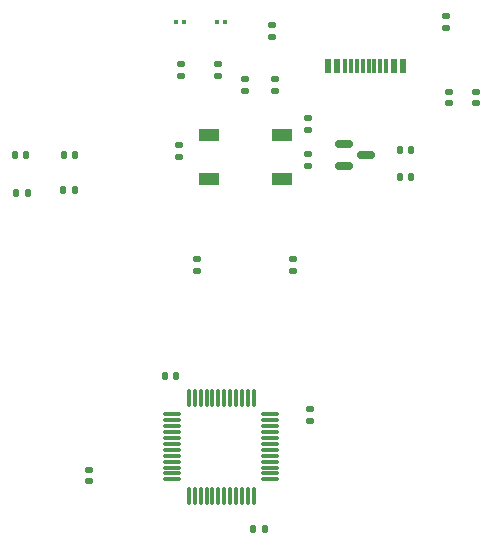
<source format=gbr>
%TF.GenerationSoftware,KiCad,Pcbnew,7.0.6-7.0.6~ubuntu20.04.1*%
%TF.CreationDate,2023-09-11T17:25:35+08:00*%
%TF.ProjectId,pro72,70726f37-322e-46b6-9963-61645f706362,rev?*%
%TF.SameCoordinates,Original*%
%TF.FileFunction,Paste,Top*%
%TF.FilePolarity,Positive*%
%FSLAX46Y46*%
G04 Gerber Fmt 4.6, Leading zero omitted, Abs format (unit mm)*
G04 Created by KiCad (PCBNEW 7.0.6-7.0.6~ubuntu20.04.1) date 2023-09-11 17:25:35*
%MOMM*%
%LPD*%
G01*
G04 APERTURE LIST*
G04 Aperture macros list*
%AMRoundRect*
0 Rectangle with rounded corners*
0 $1 Rounding radius*
0 $2 $3 $4 $5 $6 $7 $8 $9 X,Y pos of 4 corners*
0 Add a 4 corners polygon primitive as box body*
4,1,4,$2,$3,$4,$5,$6,$7,$8,$9,$2,$3,0*
0 Add four circle primitives for the rounded corners*
1,1,$1+$1,$2,$3*
1,1,$1+$1,$4,$5*
1,1,$1+$1,$6,$7*
1,1,$1+$1,$8,$9*
0 Add four rect primitives between the rounded corners*
20,1,$1+$1,$2,$3,$4,$5,0*
20,1,$1+$1,$4,$5,$6,$7,0*
20,1,$1+$1,$6,$7,$8,$9,0*
20,1,$1+$1,$8,$9,$2,$3,0*%
G04 Aperture macros list end*
%ADD10RoundRect,0.135000X0.135000X0.185000X-0.135000X0.185000X-0.135000X-0.185000X0.135000X-0.185000X0*%
%ADD11RoundRect,0.140000X-0.140000X-0.170000X0.140000X-0.170000X0.140000X0.170000X-0.140000X0.170000X0*%
%ADD12RoundRect,0.135000X-0.185000X0.135000X-0.185000X-0.135000X0.185000X-0.135000X0.185000X0.135000X0*%
%ADD13RoundRect,0.140000X-0.170000X0.140000X-0.170000X-0.140000X0.170000X-0.140000X0.170000X0.140000X0*%
%ADD14RoundRect,0.135000X0.185000X-0.135000X0.185000X0.135000X-0.185000X0.135000X-0.185000X-0.135000X0*%
%ADD15RoundRect,0.079500X0.079500X0.100500X-0.079500X0.100500X-0.079500X-0.100500X0.079500X-0.100500X0*%
%ADD16RoundRect,0.150000X-0.587500X-0.150000X0.587500X-0.150000X0.587500X0.150000X-0.587500X0.150000X0*%
%ADD17RoundRect,0.140000X0.170000X-0.140000X0.170000X0.140000X-0.170000X0.140000X-0.170000X-0.140000X0*%
%ADD18R,0.600000X1.240000*%
%ADD19R,0.300000X1.240000*%
%ADD20R,1.800000X1.100000*%
%ADD21RoundRect,0.075000X-0.662500X-0.075000X0.662500X-0.075000X0.662500X0.075000X-0.662500X0.075000X0*%
%ADD22RoundRect,0.075000X-0.075000X-0.662500X0.075000X-0.662500X0.075000X0.662500X-0.075000X0.662500X0*%
%ADD23RoundRect,0.140000X0.140000X0.170000X-0.140000X0.170000X-0.140000X-0.170000X0.140000X-0.170000X0*%
G04 APERTURE END LIST*
D10*
%TO.C,R10*%
X183780000Y-53800000D03*
X182760000Y-53800000D03*
%TD*%
D11*
%TO.C,C12*%
X186820000Y-50600000D03*
X187780000Y-50600000D03*
%TD*%
D12*
%TO.C,R3*%
X206248000Y-59436000D03*
X206248000Y-60456000D03*
%TD*%
D13*
%TO.C,C3*%
X219456000Y-45240000D03*
X219456000Y-46200000D03*
%TD*%
D11*
%TO.C,C5*%
X215265000Y-52451000D03*
X216225000Y-52451000D03*
%TD*%
D14*
%TO.C,R5*%
X196753000Y-43946000D03*
X196753000Y-42926000D03*
%TD*%
D15*
%TO.C,D14*%
X196980500Y-39370000D03*
X196290500Y-39370000D03*
%TD*%
D16*
%TO.C,U2*%
X210566000Y-49662000D03*
X210566000Y-51562000D03*
X212441000Y-50612000D03*
%TD*%
D10*
%TO.C,R9*%
X187800000Y-53600000D03*
X186780000Y-53600000D03*
%TD*%
D15*
%TO.C,D13*%
X200497000Y-39370000D03*
X199807000Y-39370000D03*
%TD*%
D11*
%TO.C,C9*%
X195382000Y-69342000D03*
X196342000Y-69342000D03*
%TD*%
D17*
%TO.C,C6*%
X188976000Y-78232000D03*
X188976000Y-77272000D03*
%TD*%
%TO.C,C10*%
X196596000Y-50742000D03*
X196596000Y-49782000D03*
%TD*%
D12*
%TO.C,R12*%
X219202000Y-38862000D03*
X219202000Y-39882000D03*
%TD*%
%TO.C,R1*%
X207518000Y-50546000D03*
X207518000Y-51566000D03*
%TD*%
%TO.C,R7*%
X204724000Y-44196000D03*
X204724000Y-45216000D03*
%TD*%
D18*
%TO.C,J2*%
X215570000Y-43100000D03*
X214770000Y-43100000D03*
D19*
X213620000Y-43100000D03*
X212620000Y-43100000D03*
X212120000Y-43100000D03*
X211120000Y-43100000D03*
D18*
X209970000Y-43100000D03*
X209170000Y-43100000D03*
X209170000Y-43100000D03*
X209970000Y-43100000D03*
D19*
X210620000Y-43100000D03*
X211620000Y-43100000D03*
X213120000Y-43100000D03*
X214120000Y-43100000D03*
D18*
X214770000Y-43100000D03*
X215570000Y-43100000D03*
%TD*%
D14*
%TO.C,R8*%
X207518000Y-48518000D03*
X207518000Y-47498000D03*
%TD*%
%TO.C,R4*%
X199898000Y-43942000D03*
X199898000Y-42922000D03*
%TD*%
D13*
%TO.C,C8*%
X207645000Y-72136000D03*
X207645000Y-73096000D03*
%TD*%
%TO.C,C2*%
X221742000Y-45240000D03*
X221742000Y-46200000D03*
%TD*%
D20*
%TO.C,SW2*%
X199084000Y-48950000D03*
X205284000Y-48950000D03*
X199084000Y-52650000D03*
X205284000Y-52650000D03*
%TD*%
D21*
%TO.C,U1*%
X195989500Y-72561000D03*
X195989500Y-73061000D03*
X195989500Y-73561000D03*
X195989500Y-74061000D03*
X195989500Y-74561000D03*
X195989500Y-75061000D03*
X195989500Y-75561000D03*
X195989500Y-76061000D03*
X195989500Y-76561000D03*
X195989500Y-77061000D03*
X195989500Y-77561000D03*
X195989500Y-78061000D03*
D22*
X197402000Y-79473500D03*
X197902000Y-79473500D03*
X198402000Y-79473500D03*
X198902000Y-79473500D03*
X199402000Y-79473500D03*
X199902000Y-79473500D03*
X200402000Y-79473500D03*
X200902000Y-79473500D03*
X201402000Y-79473500D03*
X201902000Y-79473500D03*
X202402000Y-79473500D03*
X202902000Y-79473500D03*
D21*
X204314500Y-78061000D03*
X204314500Y-77561000D03*
X204314500Y-77061000D03*
X204314500Y-76561000D03*
X204314500Y-76061000D03*
X204314500Y-75561000D03*
X204314500Y-75061000D03*
X204314500Y-74561000D03*
X204314500Y-74061000D03*
X204314500Y-73561000D03*
X204314500Y-73061000D03*
X204314500Y-72561000D03*
D22*
X202902000Y-71148500D03*
X202402000Y-71148500D03*
X201902000Y-71148500D03*
X201402000Y-71148500D03*
X200902000Y-71148500D03*
X200402000Y-71148500D03*
X199902000Y-71148500D03*
X199402000Y-71148500D03*
X198902000Y-71148500D03*
X198402000Y-71148500D03*
X197902000Y-71148500D03*
X197402000Y-71148500D03*
%TD*%
D11*
%TO.C,C4*%
X215265000Y-50165000D03*
X216225000Y-50165000D03*
%TD*%
%TO.C,C13*%
X182690000Y-50600000D03*
X183650000Y-50600000D03*
%TD*%
D12*
%TO.C,R6*%
X202184000Y-44196000D03*
X202184000Y-45216000D03*
%TD*%
D23*
%TO.C,C7*%
X203835000Y-82296000D03*
X202875000Y-82296000D03*
%TD*%
D14*
%TO.C,R2*%
X198120000Y-60464000D03*
X198120000Y-59444000D03*
%TD*%
%TO.C,R11*%
X204470000Y-40640000D03*
X204470000Y-39620000D03*
%TD*%
M02*

</source>
